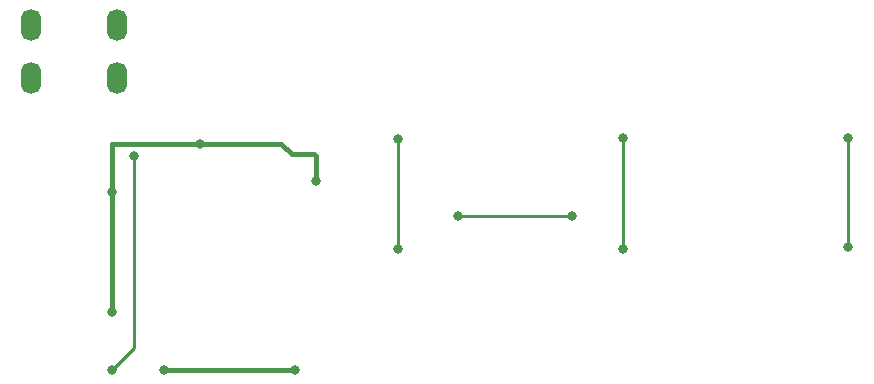
<source format=gtl>
G04 #@! TF.GenerationSoftware,KiCad,Pcbnew,(5.1.4)-1*
G04 #@! TF.CreationDate,2023-05-30T16:43:03-07:00*
G04 #@! TF.ProjectId,keypad,6b657970-6164-42e6-9b69-6361645f7063,rev?*
G04 #@! TF.SameCoordinates,Original*
G04 #@! TF.FileFunction,Copper,L1,Top*
G04 #@! TF.FilePolarity,Positive*
%FSLAX46Y46*%
G04 Gerber Fmt 4.6, Leading zero omitted, Abs format (unit mm)*
G04 Created by KiCad (PCBNEW (5.1.4)-1) date 2023-05-30 16:43:03*
%MOMM*%
%LPD*%
G04 APERTURE LIST*
%ADD10O,1.700000X2.700000*%
%ADD11C,0.800000*%
%ADD12C,0.381000*%
%ADD13C,0.254000*%
G04 APERTURE END LIST*
D10*
X168912500Y-104243750D03*
X176212500Y-104243750D03*
X176212500Y-108743750D03*
X168912500Y-108743750D03*
D11*
X175768000Y-128576000D03*
X193040000Y-117475000D03*
X183261000Y-114300000D03*
X175768000Y-118364000D03*
X191262000Y-133477000D03*
X180213000Y-133477000D03*
X200025000Y-113919000D03*
X200025000Y-123190000D03*
X219075000Y-113792000D03*
X219075000Y-123190000D03*
X238125000Y-113792000D03*
X238125000Y-123063000D03*
X205105000Y-120396000D03*
X214757000Y-120396000D03*
X175768000Y-133477000D03*
X177673000Y-115316000D03*
D12*
X190119000Y-114300000D02*
X191008000Y-115189000D01*
X191008000Y-115189000D02*
X192913000Y-115189000D01*
X192913000Y-115189000D02*
X193040000Y-115316000D01*
X193040000Y-115316000D02*
X193040000Y-117475000D01*
X183515000Y-114300000D02*
X183261000Y-114300000D01*
X183515000Y-114300000D02*
X190119000Y-114300000D01*
X175768000Y-114300000D02*
X183515000Y-114300000D01*
X175768000Y-118364000D02*
X175768000Y-114300000D01*
X175768000Y-128576000D02*
X175768000Y-118364000D01*
X191262000Y-133477000D02*
X180213000Y-133477000D01*
D13*
X200025000Y-113919000D02*
X200025000Y-123190000D01*
X219075000Y-113792000D02*
X219075000Y-123190000D01*
X238125000Y-113792000D02*
X238125000Y-123063000D01*
X205105000Y-120396000D02*
X214757000Y-120396000D01*
X175768000Y-133477000D02*
X177673000Y-131572000D01*
X177673000Y-131572000D02*
X177673000Y-115316000D01*
M02*

</source>
